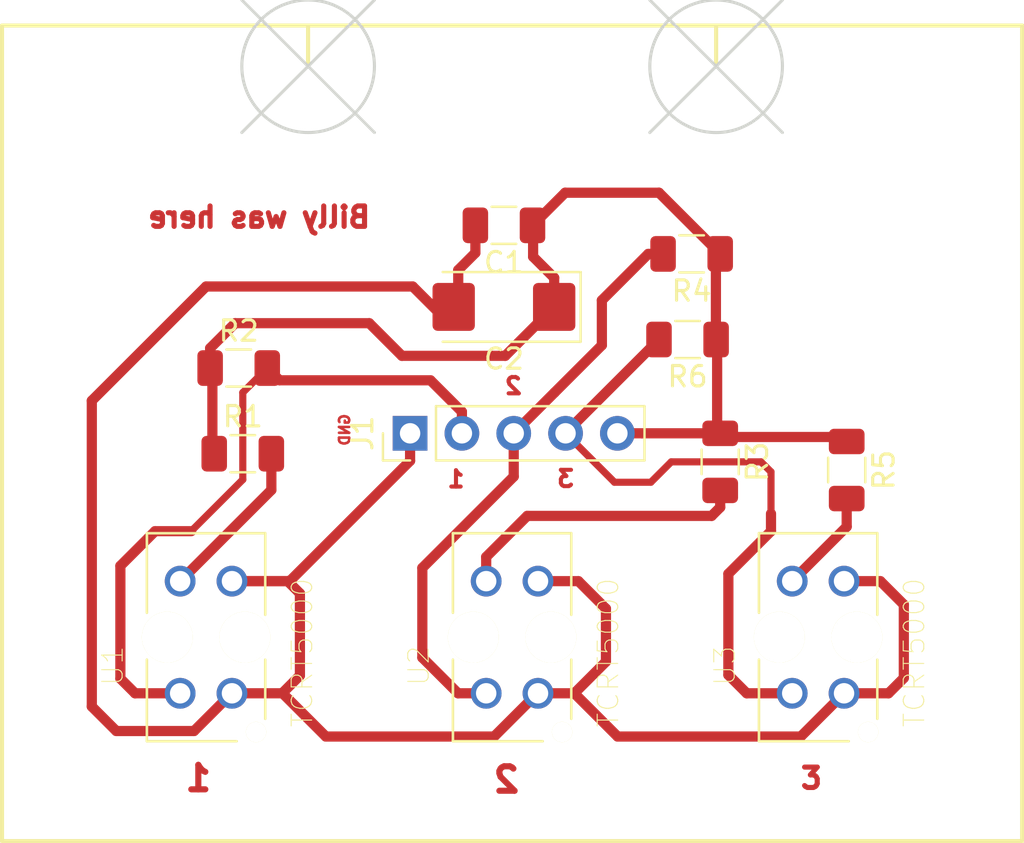
<source format=kicad_pcb>
(kicad_pcb (version 20171130) (host pcbnew "(5.0.0)")

  (general
    (thickness 1.6)
    (drawings 16)
    (tracks 110)
    (zones 0)
    (modules 12)
    (nets 9)
  )

  (page A4)
  (layers
    (0 F.Cu signal)
    (31 B.Cu signal)
    (32 B.Adhes user)
    (33 F.Adhes user)
    (34 B.Paste user)
    (35 F.Paste user)
    (36 B.SilkS user)
    (37 F.SilkS user)
    (38 B.Mask user)
    (39 F.Mask user)
    (40 Dwgs.User user)
    (41 Cmts.User user)
    (42 Eco1.User user)
    (43 Eco2.User user)
    (44 Edge.Cuts user)
    (45 Margin user)
    (46 B.CrtYd user)
    (47 F.CrtYd user)
    (48 B.Fab user)
    (49 F.Fab user)
  )

  (setup
    (last_trace_width 0.5)
    (user_trace_width 0.35)
    (user_trace_width 0.5)
    (trace_clearance 0.2)
    (zone_clearance 0.508)
    (zone_45_only no)
    (trace_min 0.2)
    (segment_width 0.2)
    (edge_width 0.1)
    (via_size 0.8)
    (via_drill 0.4)
    (via_min_size 0.4)
    (via_min_drill 0.3)
    (uvia_size 0.3)
    (uvia_drill 0.1)
    (uvias_allowed no)
    (uvia_min_size 0.2)
    (uvia_min_drill 0.1)
    (pcb_text_width 0.3)
    (pcb_text_size 1.5 1.5)
    (mod_edge_width 0.15)
    (mod_text_size 1 1)
    (mod_text_width 0.15)
    (pad_size 1.5 1.5)
    (pad_drill 0.6)
    (pad_to_mask_clearance 0)
    (aux_axis_origin 0 0)
    (visible_elements 7FFFFFFF)
    (pcbplotparams
      (layerselection 0x010fc_ffffffff)
      (usegerberextensions false)
      (usegerberattributes false)
      (usegerberadvancedattributes false)
      (creategerberjobfile false)
      (excludeedgelayer true)
      (linewidth 0.100000)
      (plotframeref false)
      (viasonmask false)
      (mode 1)
      (useauxorigin false)
      (hpglpennumber 1)
      (hpglpenspeed 20)
      (hpglpendiameter 15.000000)
      (psnegative false)
      (psa4output false)
      (plotreference true)
      (plotvalue true)
      (plotinvisibletext false)
      (padsonsilk false)
      (subtractmaskfromsilk false)
      (outputformat 1)
      (mirror false)
      (drillshape 1)
      (scaleselection 1)
      (outputdirectory ""))
  )

  (net 0 "")
  (net 1 +5V)
  (net 2 GND)
  (net 3 "Net-(J1-Pad2)")
  (net 4 "Net-(J1-Pad3)")
  (net 5 "Net-(J1-Pad4)")
  (net 6 "Net-(R1-Pad2)")
  (net 7 "Net-(R3-Pad2)")
  (net 8 "Net-(R5-Pad2)")

  (net_class Default "This is the default net class."
    (clearance 0.2)
    (trace_width 0.25)
    (via_dia 0.8)
    (via_drill 0.4)
    (uvia_dia 0.3)
    (uvia_drill 0.1)
    (add_net +5V)
    (add_net GND)
    (add_net "Net-(J1-Pad2)")
    (add_net "Net-(J1-Pad3)")
    (add_net "Net-(J1-Pad4)")
    (add_net "Net-(R1-Pad2)")
    (add_net "Net-(R3-Pad2)")
    (add_net "Net-(R5-Pad2)")
  )

  (module Resistor_SMD:R_1206_3216Metric (layer F.Cu) (tedit 5B301BBD) (tstamp 5CA45C92)
    (at 128.6 45.4 180)
    (descr "Resistor SMD 1206 (3216 Metric), square (rectangular) end terminal, IPC_7351 nominal, (Body size source: http://www.tortai-tech.com/upload/download/2011102023233369053.pdf), generated with kicad-footprint-generator")
    (tags resistor)
    (path /5C97E10E)
    (attr smd)
    (fp_text reference R6 (at 0 -1.82 180) (layer F.SilkS)
      (effects (font (size 1 1) (thickness 0.15)))
    )
    (fp_text value 4700 (at 0 1.82 180) (layer F.Fab)
      (effects (font (size 1 1) (thickness 0.15)))
    )
    (fp_line (start -1.6 0.8) (end -1.6 -0.8) (layer F.Fab) (width 0.1))
    (fp_line (start -1.6 -0.8) (end 1.6 -0.8) (layer F.Fab) (width 0.1))
    (fp_line (start 1.6 -0.8) (end 1.6 0.8) (layer F.Fab) (width 0.1))
    (fp_line (start 1.6 0.8) (end -1.6 0.8) (layer F.Fab) (width 0.1))
    (fp_line (start -0.602064 -0.91) (end 0.602064 -0.91) (layer F.SilkS) (width 0.12))
    (fp_line (start -0.602064 0.91) (end 0.602064 0.91) (layer F.SilkS) (width 0.12))
    (fp_line (start -2.28 1.12) (end -2.28 -1.12) (layer F.CrtYd) (width 0.05))
    (fp_line (start -2.28 -1.12) (end 2.28 -1.12) (layer F.CrtYd) (width 0.05))
    (fp_line (start 2.28 -1.12) (end 2.28 1.12) (layer F.CrtYd) (width 0.05))
    (fp_line (start 2.28 1.12) (end -2.28 1.12) (layer F.CrtYd) (width 0.05))
    (fp_text user %R (at 0 0 180) (layer F.Fab)
      (effects (font (size 0.8 0.8) (thickness 0.12)))
    )
    (pad 1 smd roundrect (at -1.4 0 180) (size 1.25 1.75) (layers F.Cu F.Paste F.Mask) (roundrect_rratio 0.2)
      (net 1 +5V))
    (pad 2 smd roundrect (at 1.4 0 180) (size 1.25 1.75) (layers F.Cu F.Paste F.Mask) (roundrect_rratio 0.2)
      (net 5 "Net-(J1-Pad4)"))
    (model ${KISYS3DMOD}/Resistor_SMD.3dshapes/R_1206_3216Metric.wrl
      (at (xyz 0 0 0))
      (scale (xyz 1 1 1))
      (rotate (xyz 0 0 0))
    )
  )

  (module Resistor_SMD:R_1206_3216Metric (layer F.Cu) (tedit 5B301BBD) (tstamp 5CA45C70)
    (at 128.8 41.2 180)
    (descr "Resistor SMD 1206 (3216 Metric), square (rectangular) end terminal, IPC_7351 nominal, (Body size source: http://www.tortai-tech.com/upload/download/2011102023233369053.pdf), generated with kicad-footprint-generator")
    (tags resistor)
    (path /5C97E0CA)
    (attr smd)
    (fp_text reference R4 (at 0 -1.82 180) (layer F.SilkS)
      (effects (font (size 1 1) (thickness 0.15)))
    )
    (fp_text value 4700 (at 0 1.82 180) (layer F.Fab)
      (effects (font (size 1 1) (thickness 0.15)))
    )
    (fp_text user %R (at 0 0 180) (layer F.Fab)
      (effects (font (size 0.8 0.8) (thickness 0.12)))
    )
    (fp_line (start 2.28 1.12) (end -2.28 1.12) (layer F.CrtYd) (width 0.05))
    (fp_line (start 2.28 -1.12) (end 2.28 1.12) (layer F.CrtYd) (width 0.05))
    (fp_line (start -2.28 -1.12) (end 2.28 -1.12) (layer F.CrtYd) (width 0.05))
    (fp_line (start -2.28 1.12) (end -2.28 -1.12) (layer F.CrtYd) (width 0.05))
    (fp_line (start -0.602064 0.91) (end 0.602064 0.91) (layer F.SilkS) (width 0.12))
    (fp_line (start -0.602064 -0.91) (end 0.602064 -0.91) (layer F.SilkS) (width 0.12))
    (fp_line (start 1.6 0.8) (end -1.6 0.8) (layer F.Fab) (width 0.1))
    (fp_line (start 1.6 -0.8) (end 1.6 0.8) (layer F.Fab) (width 0.1))
    (fp_line (start -1.6 -0.8) (end 1.6 -0.8) (layer F.Fab) (width 0.1))
    (fp_line (start -1.6 0.8) (end -1.6 -0.8) (layer F.Fab) (width 0.1))
    (pad 2 smd roundrect (at 1.4 0 180) (size 1.25 1.75) (layers F.Cu F.Paste F.Mask) (roundrect_rratio 0.2)
      (net 4 "Net-(J1-Pad3)"))
    (pad 1 smd roundrect (at -1.4 0 180) (size 1.25 1.75) (layers F.Cu F.Paste F.Mask) (roundrect_rratio 0.2)
      (net 1 +5V))
    (model ${KISYS3DMOD}/Resistor_SMD.3dshapes/R_1206_3216Metric.wrl
      (at (xyz 0 0 0))
      (scale (xyz 1 1 1))
      (rotate (xyz 0 0 0))
    )
  )

  (module Capacitor_SMD:C_1206_3216Metric (layer F.Cu) (tedit 5B301BBE) (tstamp 5C97B409)
    (at 119.6 39.8 180)
    (descr "Capacitor SMD 1206 (3216 Metric), square (rectangular) end terminal, IPC_7351 nominal, (Body size source: http://www.tortai-tech.com/upload/download/2011102023233369053.pdf), generated with kicad-footprint-generator")
    (tags capacitor)
    (path /5C6D660D)
    (attr smd)
    (fp_text reference C1 (at 0 -1.82 180) (layer F.SilkS)
      (effects (font (size 1 1) (thickness 0.15)))
    )
    (fp_text value 10n (at 0 1.82 180) (layer F.Fab)
      (effects (font (size 1 1) (thickness 0.15)))
    )
    (fp_line (start -1.6 0.8) (end -1.6 -0.8) (layer F.Fab) (width 0.1))
    (fp_line (start -1.6 -0.8) (end 1.6 -0.8) (layer F.Fab) (width 0.1))
    (fp_line (start 1.6 -0.8) (end 1.6 0.8) (layer F.Fab) (width 0.1))
    (fp_line (start 1.6 0.8) (end -1.6 0.8) (layer F.Fab) (width 0.1))
    (fp_line (start -0.602064 -0.91) (end 0.602064 -0.91) (layer F.SilkS) (width 0.12))
    (fp_line (start -0.602064 0.91) (end 0.602064 0.91) (layer F.SilkS) (width 0.12))
    (fp_line (start -2.28 1.12) (end -2.28 -1.12) (layer F.CrtYd) (width 0.05))
    (fp_line (start -2.28 -1.12) (end 2.28 -1.12) (layer F.CrtYd) (width 0.05))
    (fp_line (start 2.28 -1.12) (end 2.28 1.12) (layer F.CrtYd) (width 0.05))
    (fp_line (start 2.28 1.12) (end -2.28 1.12) (layer F.CrtYd) (width 0.05))
    (fp_text user %R (at 0 0 180) (layer F.Fab)
      (effects (font (size 0.8 0.8) (thickness 0.12)))
    )
    (pad 1 smd roundrect (at -1.4 0 180) (size 1.25 1.75) (layers F.Cu F.Paste F.Mask) (roundrect_rratio 0.2)
      (net 1 +5V))
    (pad 2 smd roundrect (at 1.4 0 180) (size 1.25 1.75) (layers F.Cu F.Paste F.Mask) (roundrect_rratio 0.2)
      (net 2 GND))
    (model ${KISYS3DMOD}/Capacitor_SMD.3dshapes/C_1206_3216Metric.wrl
      (at (xyz 0 0 0))
      (scale (xyz 1 1 1))
      (rotate (xyz 0 0 0))
    )
  )

  (module TCRT5000:OPTO_TCRT5000 (layer F.Cu) (tedit 0) (tstamp 5CA45CC4)
    (at 120 60 90)
    (path /5C97A5C7)
    (fp_text reference U2 (at -1.40117 -4.57476 90) (layer F.SilkS)
      (effects (font (size 1.00413 1.00413) (thickness 0.05)))
    )
    (fp_text value TCRT5000 (at -0.758895 4.71434 90) (layer F.SilkS)
      (effects (font (size 1.00533 1.00533) (thickness 0.05)))
    )
    (fp_line (start 5.1 -2.9) (end 1.2 -2.9) (layer F.SilkS) (width 0.127))
    (fp_line (start 5.1 2.9) (end 5.1 -2.9) (layer F.SilkS) (width 0.127))
    (fp_line (start 1.1 2.9) (end 5.1 2.9) (layer F.SilkS) (width 0.127))
    (fp_line (start -4 2.9) (end -1.1 2.9) (layer F.SilkS) (width 0.127))
    (fp_line (start -5.1 -2.9) (end -1.1 -2.9) (layer F.SilkS) (width 0.127))
    (fp_line (start -5.1 1.5) (end -5.1 -2.9) (layer F.SilkS) (width 0.127))
    (fp_line (start 5.1 -2.9) (end -5.1 -2.9) (layer Eco2.User) (width 0.127))
    (fp_line (start 5.1 2.9) (end 5.1 -2.9) (layer Eco2.User) (width 0.127))
    (fp_line (start -5.1 2.9) (end 5.1 2.9) (layer Eco2.User) (width 0.127))
    (fp_line (start -5.1 -2.9) (end -5.1 2.9) (layer Eco2.User) (width 0.127))
    (fp_line (start 5.35 -3.4) (end -5.35 -3.4) (layer Eco1.User) (width 0.05))
    (fp_line (start 5.35 3.4) (end 5.35 -3.4) (layer Eco1.User) (width 0.05))
    (fp_line (start -5.35 3.4) (end 5.35 3.4) (layer Eco1.User) (width 0.05))
    (fp_line (start -5.35 -3.4) (end -5.35 3.4) (layer Eco1.User) (width 0.05))
    (pad Hole np_thru_hole circle (at 0 -1.9 90) (size 2.5 2.5) (drill 2.5) (layers *.Cu *.Mask F.SilkS))
    (pad Hole np_thru_hole circle (at 0 1.9 90) (size 2.5 2.5) (drill 2.5) (layers *.Cu *.Mask F.SilkS))
    (pad Hole np_thru_hole circle (at -4.65 2.45 90) (size 1 1) (drill 1) (layers *.Cu *.Mask F.SilkS))
    (pad CATH thru_hole circle (at 2.75 1.27 90) (size 1.508 1.508) (drill 1) (layers *.Cu *.Mask)
      (net 2 GND))
    (pad A thru_hole circle (at 2.75 -1.27 90) (size 1.508 1.508) (drill 1) (layers *.Cu *.Mask)
      (net 7 "Net-(R3-Pad2)"))
    (pad E thru_hole circle (at -2.75 1.27 90) (size 1.508 1.508) (drill 1) (layers *.Cu *.Mask)
      (net 2 GND))
    (pad COLL thru_hole circle (at -2.75 -1.27 90) (size 1.508 1.508) (drill 1) (layers *.Cu *.Mask)
      (net 4 "Net-(J1-Pad3)"))
  )

  (module TCRT5000:OPTO_TCRT5000 (layer F.Cu) (tedit 0) (tstamp 5CA45CAB)
    (at 105 60 90)
    (path /5C97A40E)
    (fp_text reference U1 (at -1.40117 -4.57476 90) (layer F.SilkS)
      (effects (font (size 1.00413 1.00413) (thickness 0.05)))
    )
    (fp_text value TCRT5000 (at -0.758895 4.71434 90) (layer F.SilkS)
      (effects (font (size 1.00533 1.00533) (thickness 0.05)))
    )
    (fp_line (start -5.35 -3.4) (end -5.35 3.4) (layer Eco1.User) (width 0.05))
    (fp_line (start -5.35 3.4) (end 5.35 3.4) (layer Eco1.User) (width 0.05))
    (fp_line (start 5.35 3.4) (end 5.35 -3.4) (layer Eco1.User) (width 0.05))
    (fp_line (start 5.35 -3.4) (end -5.35 -3.4) (layer Eco1.User) (width 0.05))
    (fp_line (start -5.1 -2.9) (end -5.1 2.9) (layer Eco2.User) (width 0.127))
    (fp_line (start -5.1 2.9) (end 5.1 2.9) (layer Eco2.User) (width 0.127))
    (fp_line (start 5.1 2.9) (end 5.1 -2.9) (layer Eco2.User) (width 0.127))
    (fp_line (start 5.1 -2.9) (end -5.1 -2.9) (layer Eco2.User) (width 0.127))
    (fp_line (start -5.1 1.5) (end -5.1 -2.9) (layer F.SilkS) (width 0.127))
    (fp_line (start -5.1 -2.9) (end -1.1 -2.9) (layer F.SilkS) (width 0.127))
    (fp_line (start -4 2.9) (end -1.1 2.9) (layer F.SilkS) (width 0.127))
    (fp_line (start 1.1 2.9) (end 5.1 2.9) (layer F.SilkS) (width 0.127))
    (fp_line (start 5.1 2.9) (end 5.1 -2.9) (layer F.SilkS) (width 0.127))
    (fp_line (start 5.1 -2.9) (end 1.2 -2.9) (layer F.SilkS) (width 0.127))
    (pad COLL thru_hole circle (at -2.75 -1.27 90) (size 1.508 1.508) (drill 1) (layers *.Cu *.Mask)
      (net 3 "Net-(J1-Pad2)"))
    (pad E thru_hole circle (at -2.75 1.27 90) (size 1.508 1.508) (drill 1) (layers *.Cu *.Mask)
      (net 2 GND))
    (pad A thru_hole circle (at 2.75 -1.27 90) (size 1.508 1.508) (drill 1) (layers *.Cu *.Mask)
      (net 6 "Net-(R1-Pad2)"))
    (pad CATH thru_hole circle (at 2.75 1.27 90) (size 1.508 1.508) (drill 1) (layers *.Cu *.Mask)
      (net 2 GND))
    (pad Hole np_thru_hole circle (at -4.65 2.45 90) (size 1 1) (drill 1) (layers *.Cu *.Mask F.SilkS))
    (pad Hole np_thru_hole circle (at 0 1.9 90) (size 2.5 2.5) (drill 2.5) (layers *.Cu *.Mask F.SilkS))
    (pad Hole np_thru_hole circle (at 0 -1.9 90) (size 2.5 2.5) (drill 2.5) (layers *.Cu *.Mask F.SilkS))
  )

  (module Capacitor_Tantalum_SMD:CP_EIA-6032-15_Kemet-U (layer F.Cu) (tedit 5B301BBE) (tstamp 5C97B1D9)
    (at 119.6 43.8 180)
    (descr "Tantalum Capacitor SMD Kemet-U (6032-15 Metric), IPC_7351 nominal, (Body size from: http://www.kemet.com/Lists/ProductCatalog/Attachments/253/KEM_TC101_STD.pdf), generated with kicad-footprint-generator")
    (tags "capacitor tantalum")
    (path /5C6D73B7)
    (attr smd)
    (fp_text reference C2 (at 0 -2.55 180) (layer F.SilkS)
      (effects (font (size 1 1) (thickness 0.15)))
    )
    (fp_text value 1u (at 0 2.55 180) (layer F.Fab)
      (effects (font (size 1 1) (thickness 0.15)))
    )
    (fp_line (start 3 -1.6) (end -2.2 -1.6) (layer F.Fab) (width 0.1))
    (fp_line (start -2.2 -1.6) (end -3 -0.8) (layer F.Fab) (width 0.1))
    (fp_line (start -3 -0.8) (end -3 1.6) (layer F.Fab) (width 0.1))
    (fp_line (start -3 1.6) (end 3 1.6) (layer F.Fab) (width 0.1))
    (fp_line (start 3 1.6) (end 3 -1.6) (layer F.Fab) (width 0.1))
    (fp_line (start 3 -1.71) (end -3.76 -1.71) (layer F.SilkS) (width 0.12))
    (fp_line (start -3.76 -1.71) (end -3.76 1.71) (layer F.SilkS) (width 0.12))
    (fp_line (start -3.76 1.71) (end 3 1.71) (layer F.SilkS) (width 0.12))
    (fp_line (start -3.75 1.85) (end -3.75 -1.85) (layer F.CrtYd) (width 0.05))
    (fp_line (start -3.75 -1.85) (end 3.75 -1.85) (layer F.CrtYd) (width 0.05))
    (fp_line (start 3.75 -1.85) (end 3.75 1.85) (layer F.CrtYd) (width 0.05))
    (fp_line (start 3.75 1.85) (end -3.75 1.85) (layer F.CrtYd) (width 0.05))
    (fp_text user %R (at 0 0 180) (layer F.Fab)
      (effects (font (size 1 1) (thickness 0.15)))
    )
    (pad 1 smd roundrect (at -2.4625 0 180) (size 2.075 2.35) (layers F.Cu F.Paste F.Mask) (roundrect_rratio 0.120482)
      (net 1 +5V))
    (pad 2 smd roundrect (at 2.4625 0 180) (size 2.075 2.35) (layers F.Cu F.Paste F.Mask) (roundrect_rratio 0.120482)
      (net 2 GND))
    (model ${KISYS3DMOD}/Capacitor_Tantalum_SMD.3dshapes/CP_EIA-6032-15_Kemet-U.wrl
      (at (xyz 0 0 0))
      (scale (xyz 1 1 1))
      (rotate (xyz 0 0 0))
    )
  )

  (module Connector_PinHeader_2.54mm:PinHeader_1x05_P2.54mm_Vertical (layer F.Cu) (tedit 5C97B109) (tstamp 5CA45C2C)
    (at 115 50 90)
    (descr "Through hole straight pin header, 1x05, 2.54mm pitch, single row")
    (tags "Through hole pin header THT 1x05 2.54mm single row")
    (path /5C770605)
    (fp_text reference J1 (at 0 -2.33 90) (layer F.SilkS)
      (effects (font (size 1 1) (thickness 0.15)))
    )
    (fp_text value Screw_Terminal_01x05 (at 0 12.49 90) (layer F.Fab)
      (effects (font (size 1 1) (thickness 0.15)))
    )
    (fp_line (start -0.635 -1.27) (end 1.27 -1.27) (layer F.Fab) (width 0.1))
    (fp_line (start 1.27 -1.27) (end 1.27 11.43) (layer F.Fab) (width 0.1))
    (fp_line (start 1.27 11.43) (end -1.27 11.43) (layer F.Fab) (width 0.1))
    (fp_line (start -1.27 11.43) (end -1.27 -0.635) (layer F.Fab) (width 0.1))
    (fp_line (start -1.27 -0.635) (end -0.635 -1.27) (layer F.Fab) (width 0.1))
    (fp_line (start -1.33 11.49) (end 1.33 11.49) (layer F.SilkS) (width 0.12))
    (fp_line (start -1.33 1.27) (end -1.33 11.49) (layer F.SilkS) (width 0.12))
    (fp_line (start 1.33 1.27) (end 1.33 11.49) (layer F.SilkS) (width 0.12))
    (fp_line (start -1.33 1.27) (end 1.33 1.27) (layer F.SilkS) (width 0.12))
    (fp_line (start -1.33 0) (end -1.33 -1.33) (layer F.SilkS) (width 0.12))
    (fp_line (start -1.33 -1.33) (end 0 -1.33) (layer F.SilkS) (width 0.12))
    (fp_line (start -1.8 -1.8) (end -1.8 11.95) (layer F.CrtYd) (width 0.05))
    (fp_line (start -1.8 11.95) (end 1.8 11.95) (layer F.CrtYd) (width 0.05))
    (fp_line (start 1.8 11.95) (end 1.8 -1.8) (layer F.CrtYd) (width 0.05))
    (fp_line (start 1.8 -1.8) (end -1.8 -1.8) (layer F.CrtYd) (width 0.05))
    (fp_text user %R (at 0 5.08 180) (layer F.Fab)
      (effects (font (size 1 1) (thickness 0.15)))
    )
    (pad 1 thru_hole rect (at 0 0 90) (size 1.7 1.7) (drill 1) (layers *.Cu *.Mask)
      (net 2 GND))
    (pad 2 thru_hole oval (at 0 2.54 90) (size 1.7 1.7) (drill 1) (layers *.Cu *.Mask)
      (net 3 "Net-(J1-Pad2)"))
    (pad 3 thru_hole oval (at 0 5.08 90) (size 1.7 1.7) (drill 1) (layers *.Cu *.Mask)
      (net 4 "Net-(J1-Pad3)"))
    (pad 4 thru_hole oval (at 0 7.62 90) (size 1.7 1.7) (drill 1) (layers *.Cu *.Mask)
      (net 5 "Net-(J1-Pad4)"))
    (pad 5 thru_hole oval (at 0 10.16 90) (size 1.7 1.7) (drill 1) (layers *.Cu *.Mask)
      (net 1 +5V))
    (model ${KISYS3DMOD}/Connector_PinHeader_2.54mm.3dshapes/PinHeader_1x05_P2.54mm_Vertical.wrl
      (at (xyz 0 0 0))
      (scale (xyz 1 1 1))
      (rotate (xyz 0 0 0))
    )
  )

  (module Resistor_SMD:R_1206_3216Metric (layer F.Cu) (tedit 5B301BBD) (tstamp 5C97BB8E)
    (at 106.8 51)
    (descr "Resistor SMD 1206 (3216 Metric), square (rectangular) end terminal, IPC_7351 nominal, (Body size source: http://www.tortai-tech.com/upload/download/2011102023233369053.pdf), generated with kicad-footprint-generator")
    (tags resistor)
    (path /5C97C90B)
    (attr smd)
    (fp_text reference R1 (at 0 -1.82) (layer F.SilkS)
      (effects (font (size 1 1) (thickness 0.15)))
    )
    (fp_text value 100 (at 0 1.82) (layer F.Fab)
      (effects (font (size 1 1) (thickness 0.15)))
    )
    (fp_line (start -1.6 0.8) (end -1.6 -0.8) (layer F.Fab) (width 0.1))
    (fp_line (start -1.6 -0.8) (end 1.6 -0.8) (layer F.Fab) (width 0.1))
    (fp_line (start 1.6 -0.8) (end 1.6 0.8) (layer F.Fab) (width 0.1))
    (fp_line (start 1.6 0.8) (end -1.6 0.8) (layer F.Fab) (width 0.1))
    (fp_line (start -0.602064 -0.91) (end 0.602064 -0.91) (layer F.SilkS) (width 0.12))
    (fp_line (start -0.602064 0.91) (end 0.602064 0.91) (layer F.SilkS) (width 0.12))
    (fp_line (start -2.28 1.12) (end -2.28 -1.12) (layer F.CrtYd) (width 0.05))
    (fp_line (start -2.28 -1.12) (end 2.28 -1.12) (layer F.CrtYd) (width 0.05))
    (fp_line (start 2.28 -1.12) (end 2.28 1.12) (layer F.CrtYd) (width 0.05))
    (fp_line (start 2.28 1.12) (end -2.28 1.12) (layer F.CrtYd) (width 0.05))
    (fp_text user %R (at 0 0 90) (layer F.Fab)
      (effects (font (size 0.8 0.8) (thickness 0.12)))
    )
    (pad 1 smd roundrect (at -1.4 0) (size 1.25 1.75) (layers F.Cu F.Paste F.Mask) (roundrect_rratio 0.2)
      (net 1 +5V))
    (pad 2 smd roundrect (at 1.4 0) (size 1.25 1.75) (layers F.Cu F.Paste F.Mask) (roundrect_rratio 0.2)
      (net 6 "Net-(R1-Pad2)"))
    (model ${KISYS3DMOD}/Resistor_SMD.3dshapes/R_1206_3216Metric.wrl
      (at (xyz 0 0 0))
      (scale (xyz 1 1 1))
      (rotate (xyz 0 0 0))
    )
  )

  (module Resistor_SMD:R_1206_3216Metric (layer F.Cu) (tedit 5B301BBD) (tstamp 5CA45C4E)
    (at 106.6 46.8)
    (descr "Resistor SMD 1206 (3216 Metric), square (rectangular) end terminal, IPC_7351 nominal, (Body size source: http://www.tortai-tech.com/upload/download/2011102023233369053.pdf), generated with kicad-footprint-generator")
    (tags resistor)
    (path /5C97E072)
    (attr smd)
    (fp_text reference R2 (at 0 -1.82) (layer F.SilkS)
      (effects (font (size 1 1) (thickness 0.15)))
    )
    (fp_text value 4700 (at 0 1.82) (layer F.Fab)
      (effects (font (size 1 1) (thickness 0.15)))
    )
    (fp_text user %R (at 0 0) (layer F.Fab)
      (effects (font (size 0.8 0.8) (thickness 0.12)))
    )
    (fp_line (start 2.28 1.12) (end -2.28 1.12) (layer F.CrtYd) (width 0.05))
    (fp_line (start 2.28 -1.12) (end 2.28 1.12) (layer F.CrtYd) (width 0.05))
    (fp_line (start -2.28 -1.12) (end 2.28 -1.12) (layer F.CrtYd) (width 0.05))
    (fp_line (start -2.28 1.12) (end -2.28 -1.12) (layer F.CrtYd) (width 0.05))
    (fp_line (start -0.602064 0.91) (end 0.602064 0.91) (layer F.SilkS) (width 0.12))
    (fp_line (start -0.602064 -0.91) (end 0.602064 -0.91) (layer F.SilkS) (width 0.12))
    (fp_line (start 1.6 0.8) (end -1.6 0.8) (layer F.Fab) (width 0.1))
    (fp_line (start 1.6 -0.8) (end 1.6 0.8) (layer F.Fab) (width 0.1))
    (fp_line (start -1.6 -0.8) (end 1.6 -0.8) (layer F.Fab) (width 0.1))
    (fp_line (start -1.6 0.8) (end -1.6 -0.8) (layer F.Fab) (width 0.1))
    (pad 2 smd roundrect (at 1.4 0) (size 1.25 1.75) (layers F.Cu F.Paste F.Mask) (roundrect_rratio 0.2)
      (net 3 "Net-(J1-Pad2)"))
    (pad 1 smd roundrect (at -1.4 0) (size 1.25 1.75) (layers F.Cu F.Paste F.Mask) (roundrect_rratio 0.2)
      (net 1 +5V))
    (model ${KISYS3DMOD}/Resistor_SMD.3dshapes/R_1206_3216Metric.wrl
      (at (xyz 0 0 0))
      (scale (xyz 1 1 1))
      (rotate (xyz 0 0 0))
    )
  )

  (module Resistor_SMD:R_1206_3216Metric (layer F.Cu) (tedit 5B301BBD) (tstamp 5C988DAA)
    (at 130.2 51.4 270)
    (descr "Resistor SMD 1206 (3216 Metric), square (rectangular) end terminal, IPC_7351 nominal, (Body size source: http://www.tortai-tech.com/upload/download/2011102023233369053.pdf), generated with kicad-footprint-generator")
    (tags resistor)
    (path /5C97C8AF)
    (attr smd)
    (fp_text reference R3 (at 0 -1.82 270) (layer F.SilkS)
      (effects (font (size 1 1) (thickness 0.15)))
    )
    (fp_text value 100 (at 0 1.82 270) (layer F.Fab)
      (effects (font (size 1 1) (thickness 0.15)))
    )
    (fp_text user %R (at 0 0 270) (layer F.Fab)
      (effects (font (size 0.8 0.8) (thickness 0.12)))
    )
    (fp_line (start 2.28 1.12) (end -2.28 1.12) (layer F.CrtYd) (width 0.05))
    (fp_line (start 2.28 -1.12) (end 2.28 1.12) (layer F.CrtYd) (width 0.05))
    (fp_line (start -2.28 -1.12) (end 2.28 -1.12) (layer F.CrtYd) (width 0.05))
    (fp_line (start -2.28 1.12) (end -2.28 -1.12) (layer F.CrtYd) (width 0.05))
    (fp_line (start -0.602064 0.91) (end 0.602064 0.91) (layer F.SilkS) (width 0.12))
    (fp_line (start -0.602064 -0.91) (end 0.602064 -0.91) (layer F.SilkS) (width 0.12))
    (fp_line (start 1.6 0.8) (end -1.6 0.8) (layer F.Fab) (width 0.1))
    (fp_line (start 1.6 -0.8) (end 1.6 0.8) (layer F.Fab) (width 0.1))
    (fp_line (start -1.6 -0.8) (end 1.6 -0.8) (layer F.Fab) (width 0.1))
    (fp_line (start -1.6 0.8) (end -1.6 -0.8) (layer F.Fab) (width 0.1))
    (pad 2 smd roundrect (at 1.4 0 270) (size 1.25 1.75) (layers F.Cu F.Paste F.Mask) (roundrect_rratio 0.2)
      (net 7 "Net-(R3-Pad2)"))
    (pad 1 smd roundrect (at -1.4 0 270) (size 1.25 1.75) (layers F.Cu F.Paste F.Mask) (roundrect_rratio 0.2)
      (net 1 +5V))
    (model ${KISYS3DMOD}/Resistor_SMD.3dshapes/R_1206_3216Metric.wrl
      (at (xyz 0 0 0))
      (scale (xyz 1 1 1))
      (rotate (xyz 0 0 0))
    )
  )

  (module Resistor_SMD:R_1206_3216Metric (layer F.Cu) (tedit 5B301BBD) (tstamp 5CA45C81)
    (at 136.4 51.8 270)
    (descr "Resistor SMD 1206 (3216 Metric), square (rectangular) end terminal, IPC_7351 nominal, (Body size source: http://www.tortai-tech.com/upload/download/2011102023233369053.pdf), generated with kicad-footprint-generator")
    (tags resistor)
    (path /5C97C7B4)
    (attr smd)
    (fp_text reference R5 (at 0 -1.82 270) (layer F.SilkS)
      (effects (font (size 1 1) (thickness 0.15)))
    )
    (fp_text value 100 (at 0 1.82 270) (layer F.Fab)
      (effects (font (size 1 1) (thickness 0.15)))
    )
    (fp_line (start -1.6 0.8) (end -1.6 -0.8) (layer F.Fab) (width 0.1))
    (fp_line (start -1.6 -0.8) (end 1.6 -0.8) (layer F.Fab) (width 0.1))
    (fp_line (start 1.6 -0.8) (end 1.6 0.8) (layer F.Fab) (width 0.1))
    (fp_line (start 1.6 0.8) (end -1.6 0.8) (layer F.Fab) (width 0.1))
    (fp_line (start -0.602064 -0.91) (end 0.602064 -0.91) (layer F.SilkS) (width 0.12))
    (fp_line (start -0.602064 0.91) (end 0.602064 0.91) (layer F.SilkS) (width 0.12))
    (fp_line (start -2.28 1.12) (end -2.28 -1.12) (layer F.CrtYd) (width 0.05))
    (fp_line (start -2.28 -1.12) (end 2.28 -1.12) (layer F.CrtYd) (width 0.05))
    (fp_line (start 2.28 -1.12) (end 2.28 1.12) (layer F.CrtYd) (width 0.05))
    (fp_line (start 2.28 1.12) (end -2.28 1.12) (layer F.CrtYd) (width 0.05))
    (fp_text user %R (at 0 0 270) (layer F.Fab)
      (effects (font (size 0.8 0.8) (thickness 0.12)))
    )
    (pad 1 smd roundrect (at -1.4 0 270) (size 1.25 1.75) (layers F.Cu F.Paste F.Mask) (roundrect_rratio 0.2)
      (net 1 +5V))
    (pad 2 smd roundrect (at 1.4 0 270) (size 1.25 1.75) (layers F.Cu F.Paste F.Mask) (roundrect_rratio 0.2)
      (net 8 "Net-(R5-Pad2)"))
    (model ${KISYS3DMOD}/Resistor_SMD.3dshapes/R_1206_3216Metric.wrl
      (at (xyz 0 0 0))
      (scale (xyz 1 1 1))
      (rotate (xyz 0 0 0))
    )
  )

  (module TCRT5000:OPTO_TCRT5000 (layer F.Cu) (tedit 0) (tstamp 5CA45CDD)
    (at 135 60 90)
    (path /5C97A607)
    (fp_text reference U3 (at -1.40117 -4.57476 90) (layer F.SilkS)
      (effects (font (size 1.00413 1.00413) (thickness 0.05)))
    )
    (fp_text value TCRT5000 (at -0.758895 4.71434 90) (layer F.SilkS)
      (effects (font (size 1.00533 1.00533) (thickness 0.05)))
    )
    (fp_line (start -5.35 -3.4) (end -5.35 3.4) (layer Eco1.User) (width 0.05))
    (fp_line (start -5.35 3.4) (end 5.35 3.4) (layer Eco1.User) (width 0.05))
    (fp_line (start 5.35 3.4) (end 5.35 -3.4) (layer Eco1.User) (width 0.05))
    (fp_line (start 5.35 -3.4) (end -5.35 -3.4) (layer Eco1.User) (width 0.05))
    (fp_line (start -5.1 -2.9) (end -5.1 2.9) (layer Eco2.User) (width 0.127))
    (fp_line (start -5.1 2.9) (end 5.1 2.9) (layer Eco2.User) (width 0.127))
    (fp_line (start 5.1 2.9) (end 5.1 -2.9) (layer Eco2.User) (width 0.127))
    (fp_line (start 5.1 -2.9) (end -5.1 -2.9) (layer Eco2.User) (width 0.127))
    (fp_line (start -5.1 1.5) (end -5.1 -2.9) (layer F.SilkS) (width 0.127))
    (fp_line (start -5.1 -2.9) (end -1.1 -2.9) (layer F.SilkS) (width 0.127))
    (fp_line (start -4 2.9) (end -1.1 2.9) (layer F.SilkS) (width 0.127))
    (fp_line (start 1.1 2.9) (end 5.1 2.9) (layer F.SilkS) (width 0.127))
    (fp_line (start 5.1 2.9) (end 5.1 -2.9) (layer F.SilkS) (width 0.127))
    (fp_line (start 5.1 -2.9) (end 1.2 -2.9) (layer F.SilkS) (width 0.127))
    (pad COLL thru_hole circle (at -2.75 -1.27 90) (size 1.508 1.508) (drill 1) (layers *.Cu *.Mask)
      (net 5 "Net-(J1-Pad4)"))
    (pad E thru_hole circle (at -2.75 1.27 90) (size 1.508 1.508) (drill 1) (layers *.Cu *.Mask)
      (net 2 GND))
    (pad A thru_hole circle (at 2.75 -1.27 90) (size 1.508 1.508) (drill 1) (layers *.Cu *.Mask)
      (net 8 "Net-(R5-Pad2)"))
    (pad CATH thru_hole circle (at 2.75 1.27 90) (size 1.508 1.508) (drill 1) (layers *.Cu *.Mask)
      (net 2 GND))
    (pad Hole np_thru_hole circle (at -4.65 2.45 90) (size 1 1) (drill 1) (layers *.Cu *.Mask F.SilkS))
    (pad Hole np_thru_hole circle (at 0 1.9 90) (size 2.5 2.5) (drill 2.5) (layers *.Cu *.Mask F.SilkS))
    (pad Hole np_thru_hole circle (at 0 -1.9 90) (size 2.5 2.5) (drill 2.5) (layers *.Cu *.Mask F.SilkS))
  )

  (gr_text 3 (at 134.67 66.92) (layer F.Cu)
    (effects (font (size 1 1) (thickness 0.25)))
  )
  (gr_text 2 (at 120.06 47.68) (layer F.Cu)
    (effects (font (size 0.8 0.8) (thickness 0.2)) (justify mirror))
  )
  (gr_text 3 (at 122.62 52.23) (layer F.Cu)
    (effects (font (size 0.8 0.8) (thickness 0.2)) (justify mirror))
  )
  (gr_text 1 (at 117.25 52.25) (layer F.Cu)
    (effects (font (size 0.8 0.8) (thickness 0.2)) (justify mirror))
  )
  (gr_text GND (at 111.79 49.83 90) (layer F.Cu)
    (effects (font (size 0.5 0.5) (thickness 0.125)) (justify mirror))
  )
  (gr_text 2 (at 119.72 66.99) (layer F.Cu)
    (effects (font (size 1.2 1.2) (thickness 0.3)) (justify mirror))
  )
  (gr_text 1 (at 104.62 66.92) (layer F.Cu)
    (effects (font (size 1.2 1.2) (thickness 0.3)) (justify mirror))
  )
  (target x (at 110.003001 31.998616) (size 6.5) (width 0.15) (layer Edge.Cuts) (tstamp 5C9895F1))
  (target x (at 130 32) (size 6.5) (width 0.15) (layer Edge.Cuts))
  (gr_line (start 130 30) (end 130 32) (layer F.SilkS) (width 0.2))
  (gr_line (start 110 30) (end 110 32) (layer F.SilkS) (width 0.2))
  (gr_line (start 95 30) (end 145 30) (layer F.SilkS) (width 0.2))
  (gr_line (start 95 70) (end 95 30) (layer F.SilkS) (width 0.2))
  (gr_line (start 145 70) (end 145 30) (layer F.SilkS) (width 0.2))
  (gr_line (start 95 70) (end 145 70) (layer F.SilkS) (width 0.2))
  (gr_text "Billy was here" (at 107.6 39.4) (layer F.Cu)
    (effects (font (size 1 1) (thickness 0.25)) (justify mirror))
  )

  (segment (start 126.362081 50) (end 130.2 50) (width 0.5) (layer F.Cu) (net 1))
  (segment (start 125.16 50) (end 126.362081 50) (width 0.5) (layer F.Cu) (net 1))
  (segment (start 122.6 38.2) (end 121 39.8) (width 0.5) (layer F.Cu) (net 1))
  (segment (start 130.2 41.2) (end 127.2 38.2) (width 0.5) (layer F.Cu) (net 1))
  (segment (start 127.2 38.2) (end 122.6 38.2) (width 0.5) (layer F.Cu) (net 1))
  (segment (start 105.2 45.825) (end 106.425 44.6) (width 0.5) (layer F.Cu) (net 1))
  (segment (start 105.2 46.8) (end 105.2 45.825) (width 0.5) (layer F.Cu) (net 1))
  (segment (start 106.425 44.6) (end 113 44.6) (width 0.5) (layer F.Cu) (net 1))
  (segment (start 113 44.6) (end 114.6 46.2) (width 0.5) (layer F.Cu) (net 1))
  (segment (start 119.6625 46.2) (end 122.0625 43.8) (width 0.5) (layer F.Cu) (net 1))
  (segment (start 114.6 46.2) (end 119.6625 46.2) (width 0.5) (layer F.Cu) (net 1))
  (segment (start 129.99 45.39) (end 130 45.4) (width 0.5) (layer F.Cu) (net 1))
  (segment (start 130.2 41.2) (end 129.99 41.41) (width 0.5) (layer F.Cu) (net 1))
  (segment (start 129.99 41.41) (end 129.99 45.39) (width 0.5) (layer F.Cu) (net 1))
  (segment (start 130.05 45.45) (end 130 45.4) (width 0.5) (layer F.Cu) (net 1))
  (segment (start 130.2 50) (end 130.05 49.85) (width 0.5) (layer F.Cu) (net 1))
  (segment (start 130.05 49.85) (end 130.05 45.45) (width 0.5) (layer F.Cu) (net 1))
  (segment (start 136.18 50.18) (end 136.4 50.4) (width 0.5) (layer F.Cu) (net 1))
  (segment (start 130.2 50) (end 130.38 50.18) (width 0.5) (layer F.Cu) (net 1))
  (segment (start 130.38 50.18) (end 136.18 50.18) (width 0.5) (layer F.Cu) (net 1))
  (segment (start 105.31 50.91) (end 105.4 51) (width 0.5) (layer F.Cu) (net 1))
  (segment (start 105.2 46.8) (end 105.31 46.91) (width 0.5) (layer F.Cu) (net 1))
  (segment (start 105.31 46.91) (end 105.31 50.91) (width 0.5) (layer F.Cu) (net 1))
  (segment (start 121.03 39.83) (end 121 39.8) (width 0.5) (layer F.Cu) (net 1))
  (segment (start 121.03 41.34) (end 121.03 39.83) (width 0.5) (layer F.Cu) (net 1))
  (segment (start 122.0625 43.8) (end 122.0625 42.3725) (width 0.5) (layer F.Cu) (net 1))
  (segment (start 122.0625 42.3725) (end 121.03 41.34) (width 0.5) (layer F.Cu) (net 1))
  (segment (start 123.25 57.25) (end 121.27 57.25) (width 0.5) (layer F.Cu) (net 2))
  (segment (start 124.6 58.6) (end 123.25 57.25) (width 0.5) (layer F.Cu) (net 2))
  (segment (start 124.6 61.2) (end 124.6 58.6) (width 0.5) (layer F.Cu) (net 2))
  (segment (start 121.27 62.75) (end 123.05 62.75) (width 0.5) (layer F.Cu) (net 2))
  (segment (start 123.05 62.75) (end 124.6 61.2) (width 0.5) (layer F.Cu) (net 2))
  (segment (start 138.05 57.25) (end 136.27 57.25) (width 0.5) (layer F.Cu) (net 2))
  (segment (start 139.2 58.4) (end 138.05 57.25) (width 0.5) (layer F.Cu) (net 2))
  (segment (start 139.2 62) (end 139.2 58.4) (width 0.5) (layer F.Cu) (net 2))
  (segment (start 136.27 62.75) (end 138.45 62.75) (width 0.5) (layer F.Cu) (net 2))
  (segment (start 138.45 62.75) (end 139.2 62) (width 0.5) (layer F.Cu) (net 2))
  (segment (start 115 51.35) (end 115 50) (width 0.5) (layer F.Cu) (net 2))
  (segment (start 109.1 57.25) (end 115 51.35) (width 0.5) (layer F.Cu) (net 2))
  (segment (start 106.27 57.25) (end 109.1 57.25) (width 0.5) (layer F.Cu) (net 2))
  (segment (start 108.69 62.75) (end 106.27 62.75) (width 0.5) (layer F.Cu) (net 2))
  (segment (start 117.36 43.5775) (end 117.1375 43.8) (width 0.5) (layer F.Cu) (net 2))
  (segment (start 117.36 41.99) (end 117.36 43.5775) (width 0.5) (layer F.Cu) (net 2))
  (segment (start 118.2 39.8) (end 118.2 41.15) (width 0.5) (layer F.Cu) (net 2))
  (segment (start 118.2 41.15) (end 117.36 41.99) (width 0.5) (layer F.Cu) (net 2))
  (segment (start 106.26 62.75) (end 106.27 62.75) (width 0.5) (layer F.Cu) (net 2))
  (segment (start 104.41 64.6) (end 106.26 62.75) (width 0.5) (layer F.Cu) (net 2))
  (segment (start 100.6 64.6) (end 104.41 64.6) (width 0.5) (layer F.Cu) (net 2))
  (segment (start 99.4 63.4) (end 100.6 64.6) (width 0.5) (layer F.Cu) (net 2))
  (segment (start 116.67 44.2675) (end 116.67 44.34) (width 0.5) (layer F.Cu) (net 2))
  (segment (start 117.1375 43.8) (end 116.67 44.2675) (width 0.5) (layer F.Cu) (net 2))
  (segment (start 116.67 44.34) (end 115.13 42.8) (width 0.5) (layer F.Cu) (net 2))
  (segment (start 105 42.8) (end 99.4 48.4) (width 0.5) (layer F.Cu) (net 2))
  (segment (start 115.13 42.8) (end 105 42.8) (width 0.5) (layer F.Cu) (net 2))
  (segment (start 99.4 48.4) (end 99.4 63.4) (width 0.5) (layer F.Cu) (net 2))
  (segment (start 125.17 64.87) (end 123.05 62.75) (width 0.5) (layer F.Cu) (net 2))
  (segment (start 136.27 62.75) (end 134.15 64.87) (width 0.5) (layer F.Cu) (net 2))
  (segment (start 134.15 64.87) (end 125.17 64.87) (width 0.5) (layer F.Cu) (net 2))
  (segment (start 109 57.25) (end 109.6 57.85) (width 0.5) (layer F.Cu) (net 2))
  (segment (start 106.27 57.25) (end 109 57.25) (width 0.5) (layer F.Cu) (net 2))
  (segment (start 109.6 57.85) (end 109.6 61.88) (width 0.5) (layer F.Cu) (net 2))
  (segment (start 109.6 61.88) (end 108.74 62.74) (width 0.5) (layer F.Cu) (net 2))
  (segment (start 119.12 64.87) (end 121.24 62.75) (width 0.5) (layer F.Cu) (net 2))
  (segment (start 108.74 62.74) (end 110.87 64.87) (width 0.5) (layer F.Cu) (net 2))
  (segment (start 121.24 62.75) (end 121.27 62.75) (width 0.5) (layer F.Cu) (net 2))
  (segment (start 110.87 64.87) (end 119.12 64.87) (width 0.5) (layer F.Cu) (net 2))
  (segment (start 108.6 47.4) (end 108 46.8) (width 0.5) (layer F.Cu) (net 3))
  (segment (start 116 47.4) (end 108.6 47.4) (width 0.5) (layer F.Cu) (net 3))
  (segment (start 117.54 50) (end 117.54 48.94) (width 0.5) (layer F.Cu) (net 3))
  (segment (start 117.54 48.94) (end 116 47.4) (width 0.5) (layer F.Cu) (net 3))
  (segment (start 106.8 48) (end 106.8 52.27) (width 0.35) (layer F.Cu) (net 3))
  (segment (start 108 46.8) (end 106.8 48) (width 0.35) (layer F.Cu) (net 3))
  (segment (start 106.8 52.27) (end 104.27 54.8) (width 0.35) (layer F.Cu) (net 3))
  (segment (start 101.52 62.75) (end 103.73 62.75) (width 0.5) (layer F.Cu) (net 3))
  (segment (start 100.8 62.03) (end 101.52 62.75) (width 0.5) (layer F.Cu) (net 3))
  (segment (start 100.8 56.5) (end 100.8 62.03) (width 0.5) (layer F.Cu) (net 3))
  (segment (start 104.27 54.8) (end 102.5 54.8) (width 0.5) (layer F.Cu) (net 3))
  (segment (start 102.5 54.8) (end 100.8 56.5) (width 0.5) (layer F.Cu) (net 3))
  (segment (start 118.73 62.75) (end 117.35 62.75) (width 0.5) (layer F.Cu) (net 4))
  (segment (start 117.35 62.75) (end 115.6 61) (width 0.5) (layer F.Cu) (net 4))
  (segment (start 115.6 61) (end 115.6 56.6) (width 0.5) (layer F.Cu) (net 4))
  (segment (start 120.08 52.12) (end 120.08 50) (width 0.5) (layer F.Cu) (net 4))
  (segment (start 115.6 56.6) (end 120.08 52.12) (width 0.5) (layer F.Cu) (net 4))
  (segment (start 122.08 48) (end 120.08 50) (width 0.5) (layer F.Cu) (net 4))
  (segment (start 124.4 45.68) (end 122.08 48) (width 0.5) (layer F.Cu) (net 4))
  (segment (start 124.4 43.475) (end 124.4 45.68) (width 0.5) (layer F.Cu) (net 4))
  (segment (start 127.4 41.2) (end 126.675 41.2) (width 0.5) (layer F.Cu) (net 4))
  (segment (start 126.675 41.2) (end 124.4 43.475) (width 0.5) (layer F.Cu) (net 4))
  (segment (start 122.62 49.98) (end 122.62 50) (width 0.5) (layer F.Cu) (net 5))
  (segment (start 127.2 45.4) (end 122.62 49.98) (width 0.5) (layer F.Cu) (net 5))
  (segment (start 125.02 52.4) (end 122.62 50) (width 0.35) (layer F.Cu) (net 5))
  (segment (start 126.8 52.4) (end 125.02 52.4) (width 0.35) (layer F.Cu) (net 5))
  (segment (start 127.8 51.4) (end 126.8 52.4) (width 0.35) (layer F.Cu) (net 5))
  (segment (start 132.2 51.4) (end 127.8 51.4) (width 0.35) (layer F.Cu) (net 5))
  (segment (start 132.69 53.94) (end 132.69 51.89) (width 0.35) (layer F.Cu) (net 5))
  (segment (start 132.69 51.89) (end 132.2 51.4) (width 0.35) (layer F.Cu) (net 5))
  (segment (start 132.69 54.8) (end 132.69 53.94) (width 0.5) (layer F.Cu) (net 5))
  (segment (start 130.6 56.89) (end 132.69 54.8) (width 0.5) (layer F.Cu) (net 5))
  (segment (start 130.6 61.85) (end 130.6 56.89) (width 0.5) (layer F.Cu) (net 5))
  (segment (start 133.73 62.75) (end 131.5 62.75) (width 0.5) (layer F.Cu) (net 5))
  (segment (start 131.5 62.75) (end 130.6 61.85) (width 0.5) (layer F.Cu) (net 5))
  (segment (start 108.2 52.78) (end 103.73 57.25) (width 0.5) (layer F.Cu) (net 6))
  (segment (start 108.2 51) (end 108.2 52.78) (width 0.5) (layer F.Cu) (net 6))
  (segment (start 118.73 56.06142) (end 118.73 57.25) (width 0.5) (layer F.Cu) (net 7))
  (segment (start 120.74142 54.05) (end 118.73 56.06142) (width 0.5) (layer F.Cu) (net 7))
  (segment (start 129.78 54.05) (end 120.74142 54.05) (width 0.5) (layer F.Cu) (net 7))
  (segment (start 130.2 52.8) (end 130.2 53.63) (width 0.5) (layer F.Cu) (net 7))
  (segment (start 130.2 53.63) (end 129.78 54.05) (width 0.5) (layer F.Cu) (net 7))
  (segment (start 136.4 54.58) (end 133.73 57.25) (width 0.5) (layer F.Cu) (net 8))
  (segment (start 136.4 53.2) (end 136.4 54.58) (width 0.5) (layer F.Cu) (net 8))

)

</source>
